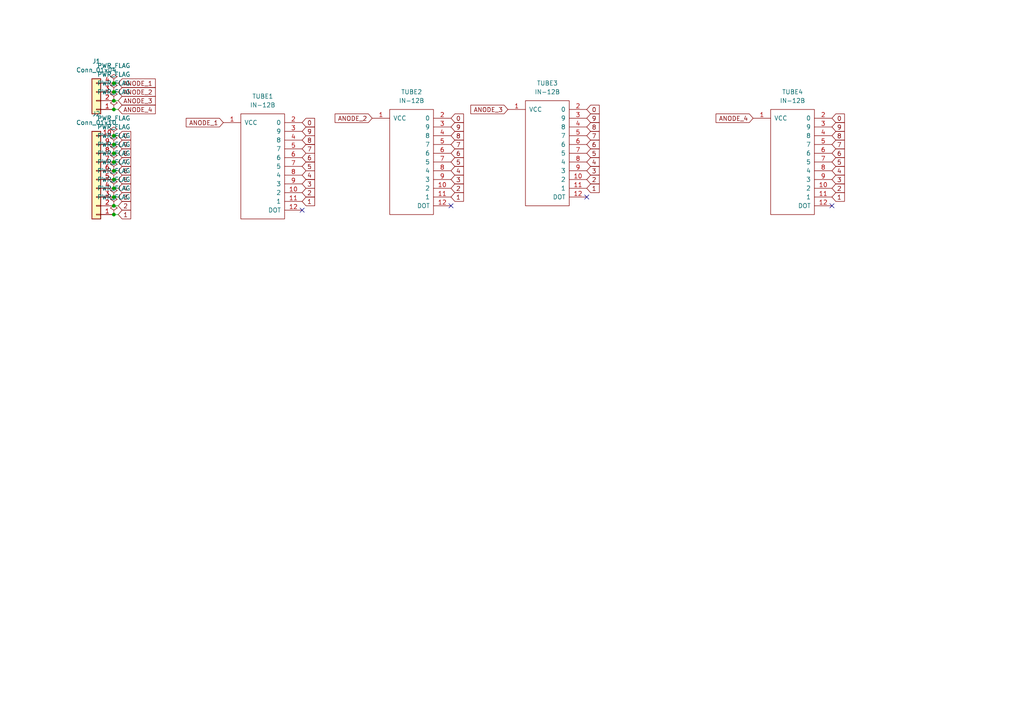
<source format=kicad_sch>
(kicad_sch (version 20211123) (generator eeschema)
  (paper "A4")
  (lib_symbols
    (symbol "Connector_Generic:Conn_01x04" (pin_names (offset 1.016) hide)
      (property "Reference" "J" (at 0 5.08 0))
      (property "Value" "Conn_01x04" (at 0 -7.62 0))
      (symbol "Conn_01x04_1_1"
        (rectangle (start -1.27 -4.953) (end 0 -5.207) (stroke (width 0.1524)))
        (rectangle (start -1.27 -2.413) (end 0 -2.667) (stroke (width 0.1524)))
        (rectangle (start -1.27 0.127) (end 0 -0.127) (stroke (width 0.1524)))
        (rectangle (start -1.27 2.667) (end 0 2.413) (stroke (width 0.1524)))
        (rectangle (start -1.27 3.81) (end 1.27 -6.35) (stroke (width 0.254)) (fill (type background)))
        (pin passive line (at -5.08 2.54 0) (length 3.81) (name "Pin_1") (number "1"))
        (pin passive line (at -5.08 0 0) (length 3.81) (name "Pin_2") (number "2"))
        (pin passive line (at -5.08 -2.54 0) (length 3.81) (name "Pin_3") (number "3"))
        (pin passive line (at -5.08 -5.08 0) (length 3.81) (name "Pin_4") (number "4"))
      )
    )
    (symbol "Connector_Generic:Conn_01x10" (pin_names (offset 1.016) hide)
      (property "Reference" "J" (at 0 12.7 0))
      (property "Value" "Conn_01x10" (at 0 -15.24 0))
      (symbol "Conn_01x10_1_1"
        (rectangle (start -1.27 -12.573) (end 0 -12.827) (stroke (width 0.1524)))
        (rectangle (start -1.27 -10.033) (end 0 -10.287) (stroke (width 0.1524)))
        (rectangle (start -1.27 -7.493) (end 0 -7.747) (stroke (width 0.1524)))
        (rectangle (start -1.27 -4.953) (end 0 -5.207) (stroke (width 0.1524)))
        (rectangle (start -1.27 -2.413) (end 0 -2.667) (stroke (width 0.1524)))
        (rectangle (start -1.27 0.127) (end 0 -0.127) (stroke (width 0.1524)))
        (rectangle (start -1.27 2.667) (end 0 2.413) (stroke (width 0.1524)))
        (rectangle (start -1.27 5.207) (end 0 4.953) (stroke (width 0.1524)))
        (rectangle (start -1.27 7.747) (end 0 7.493) (stroke (width 0.1524)))
        (rectangle (start -1.27 10.287) (end 0 10.033) (stroke (width 0.1524)))
        (rectangle (start -1.27 11.43) (end 1.27 -13.97) (stroke (width 0.254)) (fill (type background)))
        (pin passive line (at -5.08 10.16 0) (length 3.81) (name "Pin_1") (number "1"))
        (pin passive line (at -5.08 -12.7 0) (length 3.81) (name "Pin_10") (number "10"))
        (pin passive line (at -5.08 7.62 0) (length 3.81) (name "Pin_2") (number "2"))
        (pin passive line (at -5.08 5.08 0) (length 3.81) (name "Pin_3") (number "3"))
        (pin passive line (at -5.08 2.54 0) (length 3.81) (name "Pin_4") (number "4"))
        (pin passive line (at -5.08 0 0) (length 3.81) (name "Pin_5") (number "5"))
        (pin passive line (at -5.08 -2.54 0) (length 3.81) (name "Pin_6") (number "6"))
        (pin passive line (at -5.08 -5.08 0) (length 3.81) (name "Pin_7") (number "7"))
        (pin passive line (at -5.08 -7.62 0) (length 3.81) (name "Pin_8") (number "8"))
        (pin passive line (at -5.08 -10.16 0) (length 3.81) (name "Pin_9") (number "9"))
      )
    )
    (symbol "nixie:IN-12B" (pin_names (offset 1.016))
      (property "Reference" "TUBE" (at -3.81 6.35 0))
      (property "Value" "IN-12B" (at 0 -26.67 0))
      (symbol "IN-12B_0_1"
        (rectangle (start -6.35 5.08) (end 6.35 -25.4))
      )
      (symbol "IN-12B_1_1"
        (pin power_in line (at -11.43 2.54 0) (length 5.08) (name "VCC") (number "1"))
        (pin power_in line (at 11.43 -17.78 180) (length 5.08) (name "2") (number "10"))
        (pin power_in line (at 11.43 -20.32 180) (length 5.08) (name "1") (number "11"))
        (pin power_in line (at 11.43 -22.86 180) (length 5.08) (name "DOT") (number "12"))
        (pin power_in line (at 11.43 2.54 180) (length 5.08) (name "0") (number "2"))
        (pin power_in line (at 11.43 0 180) (length 5.08) (name "9") (number "3"))
        (pin power_in line (at 11.43 -2.54 180) (length 5.08) (name "8") (number "4"))
        (pin power_in line (at 11.43 -5.08 180) (length 5.08) (name "7") (number "5"))
        (pin power_in line (at 11.43 -7.62 180) (length 5.08) (name "6") (number "6"))
        (pin power_in line (at 11.43 -10.16 180) (length 5.08) (name "5") (number "7"))
        (pin power_in line (at 11.43 -12.7 180) (length 5.08) (name "4") (number "8"))
        (pin power_in line (at 11.43 -15.24 180) (length 5.08) (name "3") (number "9"))
      )
    )
    (symbol "power:PWR_FLAG" (power) (pin_numbers hide) (pin_names (offset 0) hide)
      (property "Value" "PWR_FLAG" (at 0 3.81 0))
      (symbol "PWR_FLAG_0_0"
        (pin power_out line (at 0 0 90) (length 0) (name "pwr") (number "1"))
      )
      (symbol "PWR_FLAG_0_1"
        (polyline (pts (xy 0 0) (xy 0 1.27) (xy -1.016 1.905) (xy 0 2.54) (xy 1.016 1.905) (xy 0 1.27)))
      )
    )
  )
  (junction (at 33.02 41.91))
  (junction (at 33.02 46.99))
  (junction (at 33.02 62.23))
  (junction (at 33.02 26.67))
  (junction (at 33.02 24.13))
  (junction (at 33.02 49.53))
  (junction (at 33.02 39.37))
  (junction (at 33.02 52.07))
  (junction (at 33.02 57.15))
  (junction (at 33.02 29.21))
  (junction (at 33.02 59.69))
  (junction (at 33.02 54.61))
  (junction (at 33.02 44.45))
  (junction (at 33.02 31.75))
  (no_connect (at 87.63 60.96))
  (no_connect (at 170.18 57.15))
  (no_connect (at 241.3 59.69))
  (no_connect (at 130.81 59.69))
  (wire (pts (xy 33.02 52.07) (xy 34.29 52.07)))
  (wire (pts (xy 33.02 57.15) (xy 34.29 57.15)))
  (wire (pts (xy 33.02 46.99) (xy 34.29 46.99)))
  (wire (pts (xy 33.02 54.61) (xy 34.29 54.61)))
  (wire (pts (xy 33.02 59.69) (xy 34.29 59.69)))
  (wire (pts (xy 33.02 39.37) (xy 34.29 39.37)))
  (wire (pts (xy 33.02 29.21) (xy 34.29 29.21)))
  (wire (pts (xy 33.02 62.23) (xy 34.29 62.23)))
  (wire (pts (xy 33.02 41.91) (xy 34.29 41.91)))
  (wire (pts (xy 33.02 26.67) (xy 34.29 26.67)))
  (wire (pts (xy 33.02 24.13) (xy 34.29 24.13)))
  (wire (pts (xy 33.02 44.45) (xy 34.29 44.45)))
  (wire (pts (xy 33.02 49.53) (xy 34.29 49.53)))
  (wire (pts (xy 33.02 31.75) (xy 34.29 31.75)))
  (global_label "7" (shape input) (at 170.18 39.37 0) (property "Intersheet References" "${INTERSHEET_REFS}" (effects hide)))
  (global_label "6" (shape input) (at 87.63 45.72 0) (property "Intersheet References" "${INTERSHEET_REFS}" (effects hide)))
  (global_label "ANODE_2" (shape input) (at 34.29 26.67 0) (property "Intersheet References" "${INTERSHEET_REFS}" (effects hide)))
  (global_label "1" (shape input) (at 130.81 57.15 0) (property "Intersheet References" "${INTERSHEET_REFS}" (effects hide)))
  (global_label "ANODE_4" (shape input) (at 218.44 34.29 180) (property "Intersheet References" "${INTERSHEET_REFS}" (effects hide)))
  (global_label "6" (shape input) (at 241.3 44.45 0) (property "Intersheet References" "${INTERSHEET_REFS}" (effects hide)))
  (global_label "3" (shape input) (at 241.3 52.07 0) (property "Intersheet References" "${INTERSHEET_REFS}" (effects hide)))
  (global_label "1" (shape input) (at 87.63 58.42 0) (property "Intersheet References" "${INTERSHEET_REFS}" (effects hide)))
  (global_label "0" (shape input) (at 170.18 31.75 0) (property "Intersheet References" "${INTERSHEET_REFS}" (effects hide)))
  (global_label "4" (shape input) (at 87.63 50.8 0) (property "Intersheet References" "${INTERSHEET_REFS}" (effects hide)))
  (global_label "1" (shape input) (at 241.3 57.15 0) (property "Intersheet References" "${INTERSHEET_REFS}" (effects hide)))
  (global_label "5" (shape input) (at 87.63 48.26 0) (property "Intersheet References" "${INTERSHEET_REFS}" (effects hide)))
  (global_label "ANODE_4" (shape input) (at 34.29 31.75 0) (property "Intersheet References" "${INTERSHEET_REFS}" (effects hide)))
  (global_label "6" (shape input) (at 130.81 44.45 0) (property "Intersheet References" "${INTERSHEET_REFS}" (effects hide)))
  (global_label "3" (shape input) (at 130.81 52.07 0) (property "Intersheet References" "${INTERSHEET_REFS}" (effects hide)))
  (global_label "3" (shape input) (at 87.63 53.34 0) (property "Intersheet References" "${INTERSHEET_REFS}" (effects hide)))
  (global_label "4" (shape input) (at 241.3 49.53 0) (property "Intersheet References" "${INTERSHEET_REFS}" (effects hide)))
  (global_label "0" (shape input) (at 241.3 34.29 0) (property "Intersheet References" "${INTERSHEET_REFS}" (effects hide)))
  (global_label "2" (shape input) (at 241.3 54.61 0) (property "Intersheet References" "${INTERSHEET_REFS}" (effects hide)))
  (global_label "ANODE_3" (shape input) (at 34.29 29.21 0) (property "Intersheet References" "${INTERSHEET_REFS}" (effects hide)))
  (global_label "9" (shape input) (at 130.81 36.83 0) (property "Intersheet References" "${INTERSHEET_REFS}" (effects hide)))
  (global_label "2" (shape input) (at 87.63 55.88 0) (property "Intersheet References" "${INTERSHEET_REFS}" (effects hide)))
  (global_label "2" (shape input) (at 130.81 54.61 0) (property "Intersheet References" "${INTERSHEET_REFS}" (effects hide)))
  (global_label "ANODE_3" (shape input) (at 147.32 31.75 180) (property "Intersheet References" "${INTERSHEET_REFS}" (effects hide)))
  (global_label "0" (shape input) (at 34.29 39.37 0) (property "Intersheet References" "${INTERSHEET_REFS}" (effects hide)))
  (global_label "8" (shape input) (at 170.18 36.83 0) (property "Intersheet References" "${INTERSHEET_REFS}" (effects hide)))
  (global_label "3" (shape input) (at 34.29 57.15 0) (property "Intersheet References" "${INTERSHEET_REFS}" (effects hide)))
  (global_label "8" (shape input) (at 130.81 39.37 0) (property "Intersheet References" "${INTERSHEET_REFS}" (effects hide)))
  (global_label "0" (shape input) (at 87.63 35.56 0) (property "Intersheet References" "${INTERSHEET_REFS}" (effects hide)))
  (global_label "1" (shape input) (at 170.18 54.61 0) (property "Intersheet References" "${INTERSHEET_REFS}" (effects hide)))
  (global_label "8" (shape input) (at 87.63 40.64 0) (property "Intersheet References" "${INTERSHEET_REFS}" (effects hide)))
  (global_label "5" (shape input) (at 170.18 44.45 0) (property "Intersheet References" "${INTERSHEET_REFS}" (effects hide)))
  (global_label "7" (shape input) (at 34.29 46.99 0) (property "Intersheet References" "${INTERSHEET_REFS}" (effects hide)))
  (global_label "9" (shape input) (at 87.63 38.1 0) (property "Intersheet References" "${INTERSHEET_REFS}" (effects hide)))
  (global_label "9" (shape input) (at 170.18 34.29 0) (property "Intersheet References" "${INTERSHEET_REFS}" (effects hide)))
  (global_label "7" (shape input) (at 87.63 43.18 0) (property "Intersheet References" "${INTERSHEET_REFS}" (effects hide)))
  (global_label "ANODE_2" (shape input) (at 107.95 34.29 180) (property "Intersheet References" "${INTERSHEET_REFS}" (effects hide)))
  (global_label "ANODE_1" (shape input) (at 34.29 24.13 0) (property "Intersheet References" "${INTERSHEET_REFS}" (effects hide)))
  (global_label "1" (shape input) (at 34.29 62.23 0) (property "Intersheet References" "${INTERSHEET_REFS}" (effects hide)))
  (global_label "4" (shape input) (at 34.29 54.61 0) (property "Intersheet References" "${INTERSHEET_REFS}" (effects hide)))
  (global_label "2" (shape input) (at 170.18 52.07 0) (property "Intersheet References" "${INTERSHEET_REFS}" (effects hide)))
  (global_label "8" (shape input) (at 241.3 39.37 0) (property "Intersheet References" "${INTERSHEET_REFS}" (effects hide)))
  (global_label "5" (shape input) (at 34.29 52.07 0) (property "Intersheet References" "${INTERSHEET_REFS}" (effects hide)))
  (global_label "6" (shape input) (at 170.18 41.91 0) (property "Intersheet References" "${INTERSHEET_REFS}" (effects hide)))
  (global_label "8" (shape input) (at 34.29 44.45 0) (property "Intersheet References" "${INTERSHEET_REFS}" (effects hide)))
  (global_label "ANODE_1" (shape input) (at 64.77 35.56 180) (property "Intersheet References" "${INTERSHEET_REFS}" (effects hide)))
  (global_label "5" (shape input) (at 130.81 46.99 0) (property "Intersheet References" "${INTERSHEET_REFS}" (effects hide)))
  (global_label "7" (shape input) (at 241.3 41.91 0) (property "Intersheet References" "${INTERSHEET_REFS}" (effects hide)))
  (global_label "9" (shape input) (at 34.29 41.91 0) (property "Intersheet References" "${INTERSHEET_REFS}" (effects hide)))
  (global_label "4" (shape input) (at 130.81 49.53 0) (property "Intersheet References" "${INTERSHEET_REFS}" (effects hide)))
  (global_label "2" (shape input) (at 34.29 59.69 0) (property "Intersheet References" "${INTERSHEET_REFS}" (effects hide)))
  (global_label "7" (shape input) (at 130.81 41.91 0) (property "Intersheet References" "${INTERSHEET_REFS}" (effects hide)))
  (global_label "5" (shape input) (at 241.3 46.99 0) (property "Intersheet References" "${INTERSHEET_REFS}" (effects hide)))
  (global_label "4" (shape input) (at 170.18 46.99 0) (property "Intersheet References" "${INTERSHEET_REFS}" (effects hide)))
  (global_label "0" (shape input) (at 130.81 34.29 0) (property "Intersheet References" "${INTERSHEET_REFS}" (effects hide)))
  (global_label "9" (shape input) (at 241.3 36.83 0) (property "Intersheet References" "${INTERSHEET_REFS}" (effects hide)))
  (global_label "6" (shape input) (at 34.29 49.53 0) (property "Intersheet References" "${INTERSHEET_REFS}" (effects hide)))
  (global_label "3" (shape input) (at 170.18 49.53 0) (property "Intersheet References" "${INTERSHEET_REFS}" (effects hide)))
  (symbol (lib_id "nixie:IN-12B") (at 76.2 38.1 0) (unit 1)
    (property "Reference" "TUBE1" (at 76.2 27.94 0))
    (property "Value" "IN-12B" (at 76.2 30.48 0))
    (property "Footprint" "nixie:IN-12B" (effects hide))
    (property "Datasheet" "datasheets/IN-12B.pdf" (effects hide))
  )
  (symbol (lib_id "nixie:IN-12B") (at 119.38 36.83 0) (unit 1)
    (property "Reference" "TUBE2" (at 119.38 26.67 0))
    (property "Value" "IN-12B" (at 119.38 29.21 0))
    (property "Footprint" "nixie:IN-12B" (effects hide))
    (property "Datasheet" "datasheets/IN-12B.pdf" (effects hide))
  )
  (symbol (lib_id "power:PWR_FLAG") (at 33.02 41.91 0) (unit 1)
    (property "Reference" "#FLG06" (effects hide))
    (property "Value" "PWR_FLAG" (at 33.02 36.83 0))
  )
  (symbol (lib_id "power:PWR_FLAG") (at 33.02 59.69 0) (unit 1)
    (property "Reference" "#FLG013" (effects hide))
    (property "Value" "PWR_FLAG" (at 33.02 54.61 0))
  )
  (symbol (lib_id "power:PWR_FLAG") (at 33.02 62.23 0) (unit 1)
    (property "Reference" "#FLG014" (effects hide))
    (property "Value" "PWR_FLAG" (at 33.02 57.15 0))
  )
  (symbol (lib_id "power:PWR_FLAG") (at 33.02 31.75 0) (unit 1)
    (property "Reference" "#FLG04" (effects hide))
    (property "Value" "PWR_FLAG" (at 33.02 26.67 0))
  )
  (symbol (lib_id "power:PWR_FLAG") (at 33.02 39.37 0) (unit 1)
    (property "Reference" "#FLG05" (effects hide))
    (property "Value" "PWR_FLAG" (at 33.02 34.29 0))
  )
  (symbol (lib_id "power:PWR_FLAG") (at 33.02 52.07 0) (unit 1)
    (property "Reference" "#FLG010" (effects hide))
    (property "Value" "PWR_FLAG" (at 33.02 46.99 0))
  )
  (symbol (lib_id "power:PWR_FLAG") (at 33.02 29.21 0) (unit 1)
    (property "Reference" "#FLG03" (effects hide))
    (property "Value" "PWR_FLAG" (at 33.02 24.13 0))
  )
  (symbol (lib_id "power:PWR_FLAG") (at 33.02 49.53 0) (unit 1)
    (property "Reference" "#FLG09" (effects hide))
    (property "Value" "PWR_FLAG" (at 33.02 44.45 0))
  )
  (symbol (lib_id "power:PWR_FLAG") (at 33.02 24.13 0) (unit 1)
    (property "Reference" "#FLG01" (effects hide))
    (property "Value" "PWR_FLAG" (at 33.02 19.05 0))
  )
  (symbol (lib_id "power:PWR_FLAG") (at 33.02 54.61 0) (unit 1)
    (property "Reference" "#FLG011" (effects hide))
    (property "Value" "PWR_FLAG" (at 33.02 49.53 0))
  )
  (symbol (lib_id "nixie:IN-12B") (at 158.75 34.29 0) (unit 1)
    (property "Reference" "TUBE3" (at 158.75 24.13 0))
    (property "Value" "IN-12B" (at 158.75 26.67 0))
    (property "Footprint" "nixie:IN-12B" (effects hide))
    (property "Datasheet" "datasheets/IN-12B.pdf" (effects hide))
  )
  (symbol (lib_id "power:PWR_FLAG") (at 33.02 57.15 0) (unit 1)
    (property "Reference" "#FLG012" (effects hide))
    (property "Value" "PWR_FLAG" (at 33.02 52.07 0))
  )
  (symbol (lib_id "Connector_Generic:Conn_01x04") (at 27.94 29.21 180) (unit 1)
    (property "Reference" "J1" (at 27.94 17.78 0))
    (property "Value" "Conn_01x04" (at 27.94 20.32 0))
    (property "Footprint" "Connector_PinHeader_2.54mm:PinHeader_1x04_P2.54mm_Vertical" (effects hide))
  )
  (symbol (lib_id "power:PWR_FLAG") (at 33.02 44.45 0) (unit 1)
    (property "Reference" "#FLG07" (effects hide))
    (property "Value" "PWR_FLAG" (at 33.02 39.37 0))
  )
  (symbol (lib_id "Connector_Generic:Conn_01x10") (at 27.94 52.07 180) (unit 1)
    (property "Reference" "J2" (at 27.94 33.02 0))
    (property "Value" "Conn_01x10" (at 27.94 35.56 0))
    (property "Footprint" "Connector_PinHeader_2.54mm:PinHeader_1x10_P2.54mm_Vertical" (effects hide))
  )
  (symbol (lib_id "power:PWR_FLAG") (at 33.02 46.99 0) (unit 1)
    (property "Reference" "#FLG08" (effects hide))
    (property "Value" "PWR_FLAG" (at 33.02 41.91 0))
  )
  (symbol (lib_id "nixie:IN-12B") (at 229.87 36.83 0) (unit 1)
    (property "Reference" "TUBE4" (at 229.87 26.67 0))
    (property "Value" "IN-12B" (at 229.87 29.21 0))
    (property "Footprint" "nixie:IN-12B" (effects hide))
    (property "Datasheet" "datasheets/IN-12B.pdf" (effects hide))
  )
  (symbol (lib_id "power:PWR_FLAG") (at 33.02 26.67 0) (unit 1)
    (property "Reference" "#FLG02" (effects hide))
    (property "Value" "PWR_FLAG" (at 33.02 21.59 0))
  )
)
</source>
